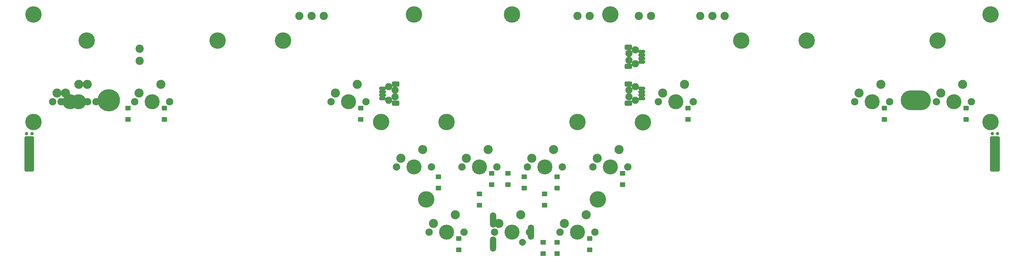
<source format=gbs>
G04 #@! TF.GenerationSoftware,KiCad,Pcbnew,(6.0.10-0)*
G04 #@! TF.CreationDate,2023-02-22T14:57:35+09:00*
G04 #@! TF.ProjectId,Sandy_Middle,53616e64-795f-44d6-9964-646c652e6b69,v.0*
G04 #@! TF.SameCoordinates,Original*
G04 #@! TF.FileFunction,Soldermask,Bot*
G04 #@! TF.FilePolarity,Negative*
%FSLAX46Y46*%
G04 Gerber Fmt 4.6, Leading zero omitted, Abs format (unit mm)*
G04 Created by KiCad (PCBNEW (6.0.10-0)) date 2023-02-22 14:57:35*
%MOMM*%
%LPD*%
G01*
G04 APERTURE LIST*
G04 Aperture macros list*
%AMRoundRect*
0 Rectangle with rounded corners*
0 $1 Rounding radius*
0 $2 $3 $4 $5 $6 $7 $8 $9 X,Y pos of 4 corners*
0 Add a 4 corners polygon primitive as box body*
4,1,4,$2,$3,$4,$5,$6,$7,$8,$9,$2,$3,0*
0 Add four circle primitives for the rounded corners*
1,1,$1+$1,$2,$3*
1,1,$1+$1,$4,$5*
1,1,$1+$1,$6,$7*
1,1,$1+$1,$8,$9*
0 Add four rect primitives between the rounded corners*
20,1,$1+$1,$2,$3,$4,$5,0*
20,1,$1+$1,$4,$5,$6,$7,0*
20,1,$1+$1,$6,$7,$8,$9,0*
20,1,$1+$1,$8,$9,$2,$3,0*%
G04 Aperture macros list end*
%ADD10C,1.000000*%
%ADD11C,4.800000*%
%ADD12C,2.150000*%
%ADD13C,4.387800*%
%ADD14C,2.650000*%
%ADD15O,8.781998X5.734000*%
%ADD16C,1.000000*%
%ADD17C,6.496000*%
%ADD18O,1.850000X4.400000*%
%ADD19C,2.000000*%
%ADD20RoundRect,0.350000X0.625000X-0.150000X0.625000X0.150000X-0.625000X0.150000X-0.625000X-0.150000X0*%
%ADD21O,2.100000X2.100000*%
%ADD22RoundRect,0.450000X0.650000X-0.350000X0.650000X0.350000X-0.650000X0.350000X-0.650000X-0.350000X0*%
%ADD23RoundRect,0.200000X0.600000X-0.450000X0.600000X0.450000X-0.600000X0.450000X-0.600000X-0.450000X0*%
%ADD24C,2.400000*%
%ADD25RoundRect,0.350000X-0.625000X0.150000X-0.625000X-0.150000X0.625000X-0.150000X0.625000X0.150000X0*%
%ADD26RoundRect,0.450000X-0.650000X0.350000X-0.650000X-0.350000X0.650000X-0.350000X0.650000X0.350000X0*%
G04 APERTURE END LIST*
D10*
X305362971Y-60221812D02*
X303562971Y-60221812D01*
X303562971Y-60221812D02*
X303562971Y-69521812D01*
X303562971Y-69521812D02*
X305362971Y-69521812D01*
X305362971Y-69521812D02*
X305362971Y-60221812D01*
G36*
X305362971Y-60221812D02*
G01*
X303562971Y-60221812D01*
X303562971Y-69521812D01*
X305362971Y-69521812D01*
X305362971Y-60221812D01*
G37*
X22503899Y-60221812D02*
X24303899Y-60221812D01*
X24303899Y-60221812D02*
X24303899Y-69521812D01*
X24303899Y-69521812D02*
X22503899Y-69521812D01*
X22503899Y-69521812D02*
X22503899Y-60221812D01*
G36*
X22503899Y-60221812D02*
G01*
X24303899Y-60221812D01*
X24303899Y-69521812D01*
X22503899Y-69521812D01*
X22503899Y-60221812D01*
G37*
D11*
X192508435Y-24133530D03*
D12*
X188063435Y-87725280D03*
X177903435Y-87725280D03*
D13*
X182983435Y-87725280D03*
D14*
X179173435Y-85185280D03*
X185523435Y-82645280D03*
D15*
X281408435Y-49251780D03*
D16*
X22603899Y-58921812D03*
D17*
X46585435Y-49244280D03*
D16*
X24203899Y-58921812D03*
X303662971Y-58921812D03*
X305262971Y-58921812D03*
D12*
X216638435Y-49625280D03*
X206478435Y-49625280D03*
D13*
X211558435Y-49625280D03*
D14*
X207748435Y-47085280D03*
X214098435Y-44545280D03*
D12*
X197588435Y-68675280D03*
D13*
X192508435Y-68675280D03*
D12*
X187428435Y-68675280D03*
D14*
X188698435Y-66135280D03*
X195048435Y-63595280D03*
D13*
X135358435Y-68700320D03*
D12*
X140438435Y-68700320D03*
X130278435Y-68700320D03*
D14*
X131548435Y-66160320D03*
X137898435Y-63620320D03*
D13*
X173458435Y-68675280D03*
D12*
X168378435Y-68675280D03*
X178538435Y-68675280D03*
D14*
X169648435Y-66135280D03*
X175998435Y-63595280D03*
D12*
X159488435Y-68675280D03*
X149328435Y-68675280D03*
D13*
X154408435Y-68675280D03*
D14*
X150598435Y-66135280D03*
X156948435Y-63595280D03*
D13*
X37727185Y-49625280D03*
D12*
X42807185Y-49625280D03*
X32647185Y-49625280D03*
D14*
X33917185Y-47085280D03*
X40267185Y-44545280D03*
D12*
X263628435Y-49625280D03*
D13*
X268708435Y-49625280D03*
D12*
X273788435Y-49625280D03*
D14*
X264898435Y-47085280D03*
X271248435Y-44545280D03*
D11*
X144883435Y-55578405D03*
X40108435Y-31765905D03*
X135358435Y-24133530D03*
D13*
X116308435Y-49625280D03*
D12*
X111228435Y-49625280D03*
X121388435Y-49625280D03*
D14*
X112498435Y-47085280D03*
X118848435Y-44545280D03*
D11*
X97258435Y-31765905D03*
D12*
X149963435Y-87725280D03*
D13*
X144883435Y-87725280D03*
D12*
X139803435Y-87725280D03*
D14*
X141073435Y-85185280D03*
X147423435Y-82645280D03*
D11*
X182983435Y-55578405D03*
X230608435Y-31765905D03*
D13*
X163933435Y-87725280D03*
D12*
X169013435Y-87725280D03*
X158853435Y-87725280D03*
D14*
X160123435Y-85185280D03*
X166473435Y-82645280D03*
D13*
X35345935Y-49625280D03*
D12*
X30265935Y-49625280D03*
X40425935Y-49625280D03*
D14*
X31535935Y-47085280D03*
X37885935Y-44545280D03*
D12*
X64238435Y-49625280D03*
X54078435Y-49625280D03*
D13*
X59158435Y-49625280D03*
D14*
X55348435Y-47085280D03*
X61698435Y-44545280D03*
D18*
X158408435Y-91225280D03*
X169458435Y-87725280D03*
D19*
X166933435Y-90725280D03*
D18*
X158408435Y-84225280D03*
D13*
X292520935Y-49625280D03*
D12*
X297600935Y-49625280D03*
X287440935Y-49625280D03*
D14*
X288710935Y-47085280D03*
X295060935Y-44545280D03*
D11*
X287758435Y-31765905D03*
X78208435Y-31765905D03*
D20*
X201652185Y-48744030D03*
D21*
X199852185Y-49244030D03*
D20*
X201652185Y-47744030D03*
D21*
X197952185Y-48244030D03*
D20*
X201652185Y-46744030D03*
D21*
X197952185Y-46244030D03*
X199852185Y-45244030D03*
D20*
X201652185Y-45744030D03*
D22*
X197777185Y-44444030D03*
X197777185Y-50044030D03*
D23*
X52158435Y-54847155D03*
X52158435Y-51547155D03*
D24*
X182983435Y-24622155D03*
D11*
X303236560Y-24133530D03*
D24*
X102020935Y-24622155D03*
D23*
X215130310Y-54847155D03*
X215130310Y-51547155D03*
X296092810Y-54847155D03*
X296092810Y-51547155D03*
X173417810Y-79850280D03*
X173417810Y-76550280D03*
D11*
X202033435Y-55625280D03*
D23*
X186555310Y-92947155D03*
X186555310Y-89647155D03*
D11*
X303236560Y-55587780D03*
X138930310Y-78200280D03*
D23*
X177030310Y-93997155D03*
X177030310Y-90697155D03*
X167505310Y-74901280D03*
X167505310Y-71601280D03*
X154408435Y-79850280D03*
X154408435Y-76550280D03*
X196080310Y-73897155D03*
X196080310Y-70597155D03*
X119880310Y-54847155D03*
X119880310Y-51547155D03*
D24*
X55586560Y-37719030D03*
D11*
X249658435Y-31765905D03*
D23*
X142502185Y-74897280D03*
X142502185Y-71597280D03*
D11*
X188936560Y-78200280D03*
D23*
X148455310Y-92947155D03*
X148455310Y-89647155D03*
D24*
X105592810Y-24622155D03*
D11*
X24630310Y-55587780D03*
D24*
X55586560Y-34147155D03*
X218702185Y-24622155D03*
D23*
X272280310Y-54847155D03*
X272280310Y-51547155D03*
X162742810Y-73880280D03*
X162742810Y-70580280D03*
D11*
X163933435Y-24133530D03*
X125833435Y-55578405D03*
X24630310Y-24133530D03*
D25*
X126214685Y-45744030D03*
D21*
X128014685Y-45244030D03*
X129914685Y-46244030D03*
D25*
X126214685Y-46744030D03*
D21*
X129914685Y-48244030D03*
D25*
X126214685Y-47744030D03*
D21*
X128014685Y-49244030D03*
D25*
X126214685Y-48744030D03*
D26*
X130089685Y-50044030D03*
X130089685Y-44444030D03*
D23*
X157980310Y-73880280D03*
X157980310Y-70580280D03*
D20*
X201652185Y-38028405D03*
D21*
X199852185Y-38528405D03*
X197952185Y-37528405D03*
D20*
X201652185Y-37028405D03*
X201652185Y-36028405D03*
D21*
X197952185Y-35528405D03*
D20*
X201652185Y-35028405D03*
D21*
X199852185Y-34528405D03*
D22*
X197777185Y-33728405D03*
X197777185Y-39328405D03*
D24*
X186555310Y-24622155D03*
X204414685Y-24622155D03*
X225845935Y-24622155D03*
D23*
X62730310Y-54847155D03*
X62730310Y-51547155D03*
X177030310Y-74901280D03*
X177030310Y-71601280D03*
D24*
X109164685Y-24622155D03*
X200842810Y-24622155D03*
D23*
X172949060Y-93997155D03*
X172949060Y-90697155D03*
D24*
X222274060Y-24622155D03*
M02*

</source>
